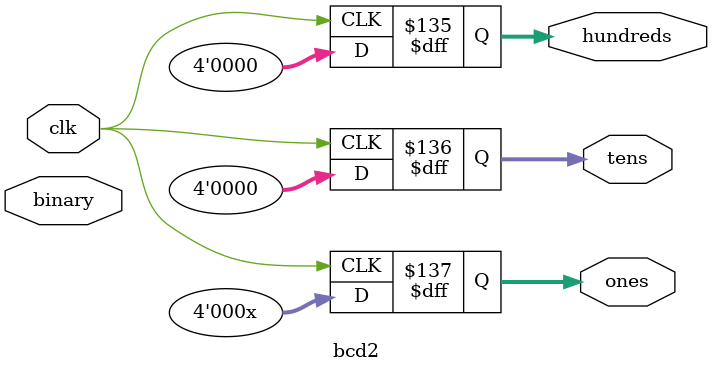
<source format=v>
module bcd2(output reg [3:0] hundreds, tens, ones, input [7:0] binary, input clk);

   // Internal variable for storing bits
   integer i;
   
   always @(posedge clk) begin

      //set to 0
      hundreds = 0;      
      tens = 0;      
      ones = 0;     

      // Loop eight times
      for (i = 7; i >= 0; i = i - 1) begin

         if (hundreds >= 5)
            hundreds = hundreds + 3;
            
         if (tens >= 5)
            tens = tens + 3;
            
         if (ones >= 5)
            ones = ones + 3;
         
         // Shift entire register left once
         shift = shift << 1;
      end
      
      //shift left one
      hundreds = hundreds << 1;
      hundreds[0] = tens[3];
      tens = tens << 1;
      tens[0] = ones[3];
      ones = ones << 1;
      ones[0] = binary[i];
   end
 
endmodule

</source>
